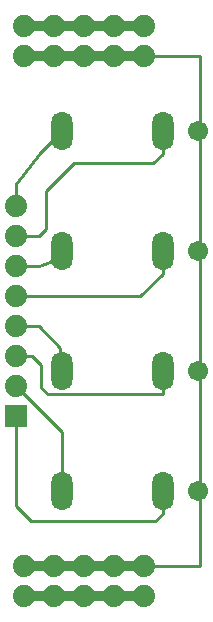
<source format=gbr>
G04 #@! TF.GenerationSoftware,KiCad,Pcbnew,(5.1.5)-3*
G04 #@! TF.CreationDate,2020-03-15T11:50:45-07:00*
G04 #@! TF.ProjectId,bbf-thonkjacks,6262662d-7468-46f6-9e6b-6a61636b732e,rev?*
G04 #@! TF.SameCoordinates,Original*
G04 #@! TF.FileFunction,Copper,L1,Top*
G04 #@! TF.FilePolarity,Positive*
%FSLAX46Y46*%
G04 Gerber Fmt 4.6, Leading zero omitted, Abs format (unit mm)*
G04 Created by KiCad (PCBNEW (5.1.5)-3) date 2020-03-15 11:50:45*
%MOMM*%
%LPD*%
G04 APERTURE LIST*
G04 #@! TA.AperFunction,ComponentPad*
%ADD10C,1.709600*%
G04 #@! TD*
G04 #@! TA.AperFunction,ComponentPad*
%ADD11O,1.800000X3.300000*%
G04 #@! TD*
G04 #@! TA.AperFunction,ComponentPad*
%ADD12C,1.879600*%
G04 #@! TD*
G04 #@! TA.AperFunction,ComponentPad*
%ADD13R,1.879600X1.879600*%
G04 #@! TD*
G04 #@! TA.AperFunction,Conductor*
%ADD14C,0.254000*%
G04 #@! TD*
G04 #@! TA.AperFunction,Conductor*
%ADD15C,0.812800*%
G04 #@! TD*
G04 #@! TA.AperFunction,Conductor*
%ADD16C,0.250000*%
G04 #@! TD*
G04 APERTURE END LIST*
D10*
G04 #@! TO.P,J2,P$3*
G04 #@! TO.N,GND*
X156271100Y-99918638D03*
D11*
G04 #@! TO.P,J2,P$2*
G04 #@! TO.N,Net-(J2-PadP$2)*
X153271100Y-99918638D03*
G04 #@! TO.P,J2,P$1*
G04 #@! TO.N,Net-(J2-PadP$1)*
X144771100Y-99918638D03*
G04 #@! TD*
D10*
G04 #@! TO.P,J3,P$3*
G04 #@! TO.N,GND*
X156271100Y-110078638D03*
D11*
G04 #@! TO.P,J3,P$2*
G04 #@! TO.N,Net-(J3-PadP$2)*
X153271100Y-110078638D03*
G04 #@! TO.P,J3,P$1*
G04 #@! TO.N,Net-(J3-PadP$1)*
X144771100Y-110078638D03*
G04 #@! TD*
D10*
G04 #@! TO.P,J4,P$3*
G04 #@! TO.N,GND*
X156271100Y-120238638D03*
D11*
G04 #@! TO.P,J4,P$2*
G04 #@! TO.N,Net-(J4-PadP$2)*
X153271100Y-120238638D03*
G04 #@! TO.P,J4,P$1*
G04 #@! TO.N,Net-(J4-PadP$1)*
X144771100Y-120238638D03*
G04 #@! TD*
D10*
G04 #@! TO.P,J1,P$3*
G04 #@! TO.N,GND*
X156271100Y-89758638D03*
D11*
G04 #@! TO.P,J1,P$2*
G04 #@! TO.N,Net-(J1-PadP$2)*
X153271100Y-89758638D03*
G04 #@! TO.P,J1,P$1*
G04 #@! TO.N,Net-(J1-PadP$1)*
X144771100Y-89758638D03*
G04 #@! TD*
D12*
G04 #@! TO.P,JP1,10*
G04 #@! TO.N,VCC*
X151676100Y-80868638D03*
G04 #@! TO.P,JP1,9*
G04 #@! TO.N,GND*
X151676100Y-83408638D03*
G04 #@! TO.P,JP1,8*
G04 #@! TO.N,VCC*
X149136100Y-80868638D03*
G04 #@! TO.P,JP1,7*
G04 #@! TO.N,GND*
X149136100Y-83408638D03*
G04 #@! TO.P,JP1,6*
G04 #@! TO.N,VCC*
X146596100Y-80868638D03*
G04 #@! TO.P,JP1,5*
G04 #@! TO.N,GND*
X146596100Y-83408638D03*
G04 #@! TO.P,JP1,4*
G04 #@! TO.N,VCC*
X144056100Y-80868638D03*
G04 #@! TO.P,JP1,3*
G04 #@! TO.N,GND*
X144056100Y-83408638D03*
G04 #@! TO.P,JP1,2*
G04 #@! TO.N,VCC*
X141516100Y-80868638D03*
G04 #@! TO.P,JP1,1*
G04 #@! TO.N,GND*
X141516100Y-83408638D03*
G04 #@! TD*
G04 #@! TO.P,JP3,10*
G04 #@! TO.N,GND*
X151676100Y-126588638D03*
G04 #@! TO.P,JP3,9*
G04 #@! TO.N,VEE*
X151676100Y-129128638D03*
G04 #@! TO.P,JP3,8*
G04 #@! TO.N,GND*
X149136100Y-126588638D03*
G04 #@! TO.P,JP3,7*
G04 #@! TO.N,VEE*
X149136100Y-129128638D03*
G04 #@! TO.P,JP3,6*
G04 #@! TO.N,GND*
X146596100Y-126588638D03*
G04 #@! TO.P,JP3,5*
G04 #@! TO.N,VEE*
X146596100Y-129128638D03*
G04 #@! TO.P,JP3,4*
G04 #@! TO.N,GND*
X144056100Y-126588638D03*
G04 #@! TO.P,JP3,3*
G04 #@! TO.N,VEE*
X144056100Y-129128638D03*
G04 #@! TO.P,JP3,2*
G04 #@! TO.N,GND*
X141516100Y-126588638D03*
G04 #@! TO.P,JP3,1*
G04 #@! TO.N,VEE*
X141516100Y-129128638D03*
G04 #@! TD*
G04 #@! TO.P,JP2,8*
G04 #@! TO.N,Net-(J1-PadP$1)*
X140881100Y-96108638D03*
G04 #@! TO.P,JP2,7*
G04 #@! TO.N,Net-(J1-PadP$2)*
X140881100Y-98648638D03*
G04 #@! TO.P,JP2,6*
G04 #@! TO.N,Net-(J2-PadP$1)*
X140881100Y-101188638D03*
G04 #@! TO.P,JP2,5*
G04 #@! TO.N,Net-(J2-PadP$2)*
X140881100Y-103728638D03*
G04 #@! TO.P,JP2,4*
G04 #@! TO.N,Net-(J3-PadP$1)*
X140881100Y-106268638D03*
G04 #@! TO.P,JP2,3*
G04 #@! TO.N,Net-(J3-PadP$2)*
X140881100Y-108808638D03*
G04 #@! TO.P,JP2,2*
G04 #@! TO.N,Net-(J4-PadP$1)*
X140881100Y-111348638D03*
D13*
G04 #@! TO.P,JP2,1*
G04 #@! TO.N,Net-(J4-PadP$2)*
X140881100Y-113888638D03*
G04 #@! TD*
D14*
G04 #@! TO.N,GND*
X151676100Y-83408638D02*
X156486100Y-83408638D01*
X156486100Y-126588638D02*
X151676100Y-126588638D01*
D15*
X141516100Y-83408638D02*
X151676100Y-83408638D01*
X141516100Y-126588638D02*
X151676100Y-126588638D01*
D14*
X156486100Y-83408638D02*
X156486100Y-126588638D01*
D15*
G04 #@! TO.N,VCC*
X141516100Y-80868638D02*
X144056100Y-80868638D01*
X144056100Y-80868638D02*
X146596100Y-80868638D01*
X146596100Y-80868638D02*
X149136100Y-80868638D01*
X149136100Y-80868638D02*
X151676100Y-80868638D01*
G04 #@! TO.N,VEE*
X141516100Y-129128638D02*
X144056100Y-129128638D01*
X144056100Y-129128638D02*
X146596100Y-129128638D01*
X146596100Y-129128638D02*
X149136100Y-129128638D01*
X149136100Y-129128638D02*
X151676100Y-129128638D01*
D14*
G04 #@! TO.N,Net-(J2-PadP$2)*
X140881100Y-103728638D02*
X147866100Y-103728638D01*
D16*
X153271100Y-101818638D02*
X153271100Y-99918638D01*
X151361100Y-103728638D02*
X153271100Y-101818638D01*
X147866100Y-103728638D02*
X151361100Y-103728638D01*
D14*
G04 #@! TO.N,Net-(J2-PadP$1)*
X140881100Y-101188638D02*
X142786100Y-101188638D01*
X142786100Y-101188638D02*
X143741100Y-100868638D01*
X143741100Y-100868638D02*
X144771100Y-99918638D01*
D16*
G04 #@! TO.N,Net-(J3-PadP$2)*
X153271100Y-111978638D02*
X153271100Y-110078638D01*
X153196090Y-112053648D02*
X153271100Y-111978638D01*
X140881100Y-108808638D02*
X142210177Y-108808638D01*
X143000000Y-111500000D02*
X143553648Y-112053648D01*
X142210177Y-108808638D02*
X143000000Y-109598461D01*
X143553648Y-112053648D02*
X153196090Y-112053648D01*
X143000000Y-109598461D02*
X143000000Y-111500000D01*
D14*
G04 #@! TO.N,Net-(J3-PadP$1)*
X140881100Y-106268638D02*
X142786100Y-106268638D01*
X142786100Y-106268638D02*
X144611100Y-108093638D01*
X144611100Y-108093638D02*
X144771100Y-110078638D01*
G04 #@! TO.N,Net-(J4-PadP$2)*
X140881100Y-121508638D02*
X140881100Y-113888638D01*
X140881100Y-121508638D02*
X142151100Y-122778638D01*
X142151100Y-122778638D02*
X149136100Y-122778638D01*
D16*
X153271100Y-122138638D02*
X153271100Y-120238638D01*
X152631100Y-122778638D02*
X153271100Y-122138638D01*
X149136100Y-122778638D02*
X152631100Y-122778638D01*
G04 #@! TO.N,Net-(J4-PadP$1)*
X144771100Y-115238638D02*
X144771100Y-120238638D01*
X140881100Y-111348638D02*
X144771100Y-115238638D01*
D14*
G04 #@! TO.N,Net-(J1-PadP$2)*
X140881100Y-98648638D02*
X142786100Y-98648638D01*
X142786100Y-98648638D02*
X143421100Y-98013638D01*
X143421100Y-98013638D02*
X143421100Y-94838638D01*
X143421100Y-94838638D02*
X145786100Y-92473638D01*
D16*
X153271100Y-91658638D02*
X153271100Y-89758638D01*
X152456100Y-92473638D02*
X153271100Y-91658638D01*
X145786100Y-92473638D02*
X152456100Y-92473638D01*
D14*
G04 #@! TO.N,Net-(J1-PadP$1)*
X140881100Y-96108638D02*
X140881100Y-94203638D01*
X140881100Y-94203638D02*
X142866100Y-91583638D01*
X142866100Y-91583638D02*
X144771100Y-89758638D01*
G04 #@! TD*
M02*

</source>
